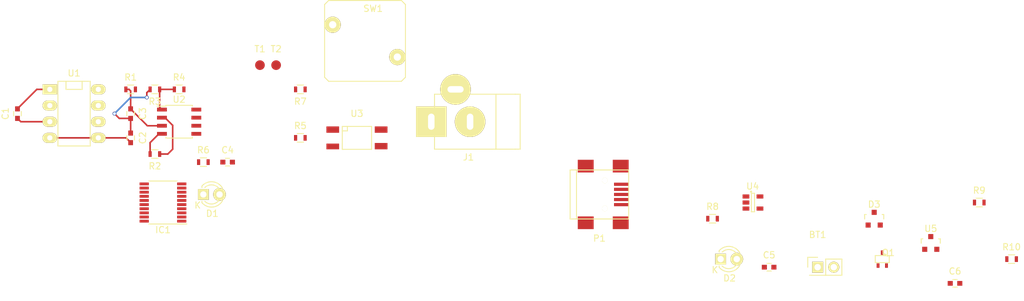
<source format=kicad_pcb>
(kicad_pcb (version 4) (host pcbnew "(2015-05-23 BZR 5679)-product")

  (general
    (links 63)
    (no_connects 63)
    (area 0 0 0 0)
    (thickness 1.6)
    (drawings 0)
    (tracks 38)
    (zones 0)
    (modules 32)
    (nets 43)
  )

  (page A4)
  (title_block
    (title "Lightning Trigger")
    (date "2015'年'05'月'24'日' 星期日")
  )

  (layers
    (0 F.Cu signal)
    (31 B.Cu signal)
    (32 B.Adhes user)
    (33 F.Adhes user)
    (34 B.Paste user)
    (35 F.Paste user)
    (36 B.SilkS user)
    (37 F.SilkS user)
    (38 B.Mask user)
    (39 F.Mask user)
    (40 Dwgs.User user)
    (41 Cmts.User user)
    (42 Eco1.User user)
    (43 Eco2.User user)
    (44 Edge.Cuts user)
    (45 Margin user)
    (46 B.CrtYd user)
    (47 F.CrtYd user)
    (48 B.Fab user)
    (49 F.Fab user)
  )

  (setup
    (last_trace_width 0.25)
    (trace_clearance 0.2)
    (zone_clearance 0.508)
    (zone_45_only no)
    (trace_min 0.2)
    (segment_width 0.2)
    (edge_width 0.1)
    (via_size 0.6)
    (via_drill 0.4)
    (via_min_size 0.4)
    (via_min_drill 0.3)
    (uvia_size 0.3)
    (uvia_drill 0.1)
    (uvias_allowed no)
    (uvia_min_size 0.2)
    (uvia_min_drill 0.1)
    (pcb_text_width 0.3)
    (pcb_text_size 1.5 1.5)
    (mod_edge_width 0.15)
    (mod_text_size 1 1)
    (mod_text_width 0.15)
    (pad_size 1.5 1.5)
    (pad_drill 0.6)
    (pad_to_mask_clearance 0)
    (aux_axis_origin 0 0)
    (visible_elements FFFFFF7F)
    (pcbplotparams
      (layerselection 0x00030_80000001)
      (usegerberextensions false)
      (excludeedgelayer true)
      (linewidth 0.100000)
      (plotframeref false)
      (viasonmask false)
      (mode 1)
      (useauxorigin false)
      (hpglpennumber 1)
      (hpglpenspeed 20)
      (hpglpendiameter 15)
      (hpglpenoverlay 2)
      (psnegative false)
      (psa4output false)
      (plotreference true)
      (plotvalue true)
      (plotinvisibletext false)
      (padsonsilk false)
      (subtractmaskfromsilk false)
      (outputformat 1)
      (mirror false)
      (drillshape 1)
      (scaleselection 1)
      (outputdirectory ""))
  )

  (net 0 "")
  (net 1 "Net-(BT1-Pad1)")
  (net 2 GND)
  (net 3 "Net-(C1-Pad1)")
  (net 4 VCC)
  (net 5 "Net-(C2-Pad1)")
  (net 6 "Net-(C2-Pad2)")
  (net 7 "Net-(C3-Pad1)")
  (net 8 "Net-(C4-Pad2)")
  (net 9 /USB_VBUS)
  (net 10 "Net-(C6-Pad2)")
  (net 11 "Net-(D1-Pad1)")
  (net 12 "Net-(D2-Pad1)")
  (net 13 "Net-(D2-Pad2)")
  (net 14 "Net-(IC1-Pad1)")
  (net 15 "Net-(IC1-Pad3)")
  (net 16 "Net-(IC1-Pad4)")
  (net 17 "Net-(IC1-Pad5)")
  (net 18 "Net-(IC1-Pad6)")
  (net 19 "Net-(IC1-Pad10)")
  (net 20 "Net-(IC1-Pad11)")
  (net 21 "Net-(IC1-Pad12)")
  (net 22 "Net-(IC1-Pad13)")
  (net 23 "Net-(IC1-Pad14)")
  (net 24 "Net-(IC1-Pad15)")
  (net 25 "Net-(IC1-Pad16)")
  (net 26 "Net-(IC1-Pad17)")
  (net 27 "Net-(IC1-Pad18)")
  (net 28 "Net-(IC1-Pad19)")
  (net 29 "Net-(IC1-Pad20)")
  (net 30 "Net-(J1-Pad2)")
  (net 31 "Net-(J1-Pad1)")
  (net 32 "Net-(J1-Pad3)")
  (net 33 "Net-(P1-Pad2)")
  (net 34 "Net-(P1-Pad3)")
  (net 35 "Net-(P1-Pad4)")
  (net 36 "Net-(R2-Pad1)")
  (net 37 "Net-(R5-Pad2)")
  (net 38 "Net-(R7-Pad1)")
  (net 39 "Net-(R9-Pad1)")
  (net 40 "Net-(U1-Pad2)")
  (net 41 "Net-(U1-Pad6)")
  (net 42 "Net-(U1-Pad7)")

  (net_class Default "This is the default net class."
    (clearance 0.2)
    (trace_width 0.25)
    (via_dia 0.6)
    (via_drill 0.4)
    (uvia_dia 0.3)
    (uvia_drill 0.1)
    (add_net /USB_VBUS)
    (add_net GND)
    (add_net "Net-(BT1-Pad1)")
    (add_net "Net-(C1-Pad1)")
    (add_net "Net-(C2-Pad1)")
    (add_net "Net-(C2-Pad2)")
    (add_net "Net-(C3-Pad1)")
    (add_net "Net-(C4-Pad2)")
    (add_net "Net-(C6-Pad2)")
    (add_net "Net-(D1-Pad1)")
    (add_net "Net-(D2-Pad1)")
    (add_net "Net-(D2-Pad2)")
    (add_net "Net-(IC1-Pad1)")
    (add_net "Net-(IC1-Pad10)")
    (add_net "Net-(IC1-Pad11)")
    (add_net "Net-(IC1-Pad12)")
    (add_net "Net-(IC1-Pad13)")
    (add_net "Net-(IC1-Pad14)")
    (add_net "Net-(IC1-Pad15)")
    (add_net "Net-(IC1-Pad16)")
    (add_net "Net-(IC1-Pad17)")
    (add_net "Net-(IC1-Pad18)")
    (add_net "Net-(IC1-Pad19)")
    (add_net "Net-(IC1-Pad20)")
    (add_net "Net-(IC1-Pad3)")
    (add_net "Net-(IC1-Pad4)")
    (add_net "Net-(IC1-Pad5)")
    (add_net "Net-(IC1-Pad6)")
    (add_net "Net-(J1-Pad1)")
    (add_net "Net-(J1-Pad2)")
    (add_net "Net-(J1-Pad3)")
    (add_net "Net-(P1-Pad2)")
    (add_net "Net-(P1-Pad3)")
    (add_net "Net-(P1-Pad4)")
    (add_net "Net-(R2-Pad1)")
    (add_net "Net-(R5-Pad2)")
    (add_net "Net-(R7-Pad1)")
    (add_net "Net-(R9-Pad1)")
    (add_net "Net-(U1-Pad2)")
    (add_net "Net-(U1-Pad6)")
    (add_net "Net-(U1-Pad7)")
    (add_net VCC)
  )

  (module Pin_Headers:Pin_Header_Straight_2x01 (layer F.Cu) (tedit 0) (tstamp 5561CDB5)
    (at 172.72 134.62)
    (descr "Through hole pin header")
    (tags "pin header")
    (path /55621849)
    (fp_text reference BT1 (at 0 -5.1) (layer F.SilkS)
      (effects (font (size 1 1) (thickness 0.15)))
    )
    (fp_text value Battery (at 0 -3.1) (layer F.Fab)
      (effects (font (size 1 1) (thickness 0.15)))
    )
    (fp_line (start -1.75 -1.75) (end -1.75 1.75) (layer F.CrtYd) (width 0.05))
    (fp_line (start 4.3 -1.75) (end 4.3 1.75) (layer F.CrtYd) (width 0.05))
    (fp_line (start -1.75 -1.75) (end 4.3 -1.75) (layer F.CrtYd) (width 0.05))
    (fp_line (start -1.75 1.75) (end 4.3 1.75) (layer F.CrtYd) (width 0.05))
    (fp_line (start -1.55 0) (end -1.55 -1.55) (layer F.SilkS) (width 0.15))
    (fp_line (start 0 -1.55) (end -1.55 -1.55) (layer F.SilkS) (width 0.15))
    (fp_line (start -1.27 1.27) (end 1.27 1.27) (layer F.SilkS) (width 0.15))
    (fp_line (start 3.81 -1.27) (end 1.27 -1.27) (layer F.SilkS) (width 0.15))
    (fp_line (start 1.27 -1.27) (end 1.27 1.27) (layer F.SilkS) (width 0.15))
    (fp_line (start 1.27 1.27) (end 3.81 1.27) (layer F.SilkS) (width 0.15))
    (fp_line (start 3.81 1.27) (end 3.81 -1.27) (layer F.SilkS) (width 0.15))
    (pad 1 thru_hole rect (at 0 0) (size 1.7272 1.7272) (drill 1.016) (layers *.Cu *.Mask F.SilkS)
      (net 1 "Net-(BT1-Pad1)"))
    (pad 2 thru_hole oval (at 2.54 0) (size 1.7272 1.7272) (drill 1.016) (layers *.Cu *.Mask F.SilkS)
      (net 2 GND))
    (model Pin_Headers.3dshapes/Pin_Header_Straight_2x01.wrl
      (at (xyz 0.05 0 0))
      (scale (xyz 1 1 1))
      (rotate (xyz 0 0 90))
    )
  )

  (module Capacitors_SMD:C_0603 (layer F.Cu) (tedit 5415D631) (tstamp 5561CDBB)
    (at 46.99 110.49 90)
    (descr "Capacitor SMD 0603, reflow soldering, AVX (see smccp.pdf)")
    (tags "capacitor 0603")
    (path /55617498)
    (attr smd)
    (fp_text reference C1 (at 0 -1.9 90) (layer F.SilkS)
      (effects (font (size 1 1) (thickness 0.15)))
    )
    (fp_text value 100n (at 0 1.9 90) (layer F.Fab)
      (effects (font (size 1 1) (thickness 0.15)))
    )
    (fp_line (start -1.45 -0.75) (end 1.45 -0.75) (layer F.CrtYd) (width 0.05))
    (fp_line (start -1.45 0.75) (end 1.45 0.75) (layer F.CrtYd) (width 0.05))
    (fp_line (start -1.45 -0.75) (end -1.45 0.75) (layer F.CrtYd) (width 0.05))
    (fp_line (start 1.45 -0.75) (end 1.45 0.75) (layer F.CrtYd) (width 0.05))
    (fp_line (start -0.35 -0.6) (end 0.35 -0.6) (layer F.SilkS) (width 0.15))
    (fp_line (start 0.35 0.6) (end -0.35 0.6) (layer F.SilkS) (width 0.15))
    (pad 1 smd rect (at -0.75 0 90) (size 0.8 0.75) (layers F.Cu F.Paste F.Mask)
      (net 3 "Net-(C1-Pad1)"))
    (pad 2 smd rect (at 0.75 0 90) (size 0.8 0.75) (layers F.Cu F.Paste F.Mask)
      (net 4 VCC))
    (model Capacitors_SMD.3dshapes/C_0603.wrl
      (at (xyz 0 0 0))
      (scale (xyz 1 1 1))
      (rotate (xyz 0 0 0))
    )
  )

  (module Capacitors_SMD:C_0603 (layer F.Cu) (tedit 5415D631) (tstamp 5561CDC1)
    (at 64.77 114.3 270)
    (descr "Capacitor SMD 0603, reflow soldering, AVX (see smccp.pdf)")
    (tags "capacitor 0603")
    (path /55617452)
    (attr smd)
    (fp_text reference C2 (at 0 -1.9 270) (layer F.SilkS)
      (effects (font (size 1 1) (thickness 0.15)))
    )
    (fp_text value 47n (at 0 1.9 270) (layer F.Fab)
      (effects (font (size 1 1) (thickness 0.15)))
    )
    (fp_line (start -1.45 -0.75) (end 1.45 -0.75) (layer F.CrtYd) (width 0.05))
    (fp_line (start -1.45 0.75) (end 1.45 0.75) (layer F.CrtYd) (width 0.05))
    (fp_line (start -1.45 -0.75) (end -1.45 0.75) (layer F.CrtYd) (width 0.05))
    (fp_line (start 1.45 -0.75) (end 1.45 0.75) (layer F.CrtYd) (width 0.05))
    (fp_line (start -0.35 -0.6) (end 0.35 -0.6) (layer F.SilkS) (width 0.15))
    (fp_line (start 0.35 0.6) (end -0.35 0.6) (layer F.SilkS) (width 0.15))
    (pad 1 smd rect (at -0.75 0 270) (size 0.8 0.75) (layers F.Cu F.Paste F.Mask)
      (net 5 "Net-(C2-Pad1)"))
    (pad 2 smd rect (at 0.75 0 270) (size 0.8 0.75) (layers F.Cu F.Paste F.Mask)
      (net 6 "Net-(C2-Pad2)"))
    (model Capacitors_SMD.3dshapes/C_0603.wrl
      (at (xyz 0 0 0))
      (scale (xyz 1 1 1))
      (rotate (xyz 0 0 0))
    )
  )

  (module Capacitors_SMD:C_0603 (layer F.Cu) (tedit 5415D631) (tstamp 5561CDC7)
    (at 64.77 110.49 270)
    (descr "Capacitor SMD 0603, reflow soldering, AVX (see smccp.pdf)")
    (tags "capacitor 0603")
    (path /556173BF)
    (attr smd)
    (fp_text reference C3 (at 0 -1.9 270) (layer F.SilkS)
      (effects (font (size 1 1) (thickness 0.15)))
    )
    (fp_text value 47n (at 0 1.9 270) (layer F.Fab)
      (effects (font (size 1 1) (thickness 0.15)))
    )
    (fp_line (start -1.45 -0.75) (end 1.45 -0.75) (layer F.CrtYd) (width 0.05))
    (fp_line (start -1.45 0.75) (end 1.45 0.75) (layer F.CrtYd) (width 0.05))
    (fp_line (start -1.45 -0.75) (end -1.45 0.75) (layer F.CrtYd) (width 0.05))
    (fp_line (start 1.45 -0.75) (end 1.45 0.75) (layer F.CrtYd) (width 0.05))
    (fp_line (start -0.35 -0.6) (end 0.35 -0.6) (layer F.SilkS) (width 0.15))
    (fp_line (start 0.35 0.6) (end -0.35 0.6) (layer F.SilkS) (width 0.15))
    (pad 1 smd rect (at -0.75 0 270) (size 0.8 0.75) (layers F.Cu F.Paste F.Mask)
      (net 7 "Net-(C3-Pad1)"))
    (pad 2 smd rect (at 0.75 0 270) (size 0.8 0.75) (layers F.Cu F.Paste F.Mask)
      (net 5 "Net-(C2-Pad1)"))
    (model Capacitors_SMD.3dshapes/C_0603.wrl
      (at (xyz 0 0 0))
      (scale (xyz 1 1 1))
      (rotate (xyz 0 0 0))
    )
  )

  (module Capacitors_SMD:C_0603 (layer F.Cu) (tedit 5415D631) (tstamp 5561CDCD)
    (at 80.01 118.11)
    (descr "Capacitor SMD 0603, reflow soldering, AVX (see smccp.pdf)")
    (tags "capacitor 0603")
    (path /5561A618)
    (attr smd)
    (fp_text reference C4 (at 0 -1.9) (layer F.SilkS)
      (effects (font (size 1 1) (thickness 0.15)))
    )
    (fp_text value 1u (at 0 1.9) (layer F.Fab)
      (effects (font (size 1 1) (thickness 0.15)))
    )
    (fp_line (start -1.45 -0.75) (end 1.45 -0.75) (layer F.CrtYd) (width 0.05))
    (fp_line (start -1.45 0.75) (end 1.45 0.75) (layer F.CrtYd) (width 0.05))
    (fp_line (start -1.45 -0.75) (end -1.45 0.75) (layer F.CrtYd) (width 0.05))
    (fp_line (start 1.45 -0.75) (end 1.45 0.75) (layer F.CrtYd) (width 0.05))
    (fp_line (start -0.35 -0.6) (end 0.35 -0.6) (layer F.SilkS) (width 0.15))
    (fp_line (start 0.35 0.6) (end -0.35 0.6) (layer F.SilkS) (width 0.15))
    (pad 1 smd rect (at -0.75 0) (size 0.8 0.75) (layers F.Cu F.Paste F.Mask)
      (net 2 GND))
    (pad 2 smd rect (at 0.75 0) (size 0.8 0.75) (layers F.Cu F.Paste F.Mask)
      (net 8 "Net-(C4-Pad2)"))
    (model Capacitors_SMD.3dshapes/C_0603.wrl
      (at (xyz 0 0 0))
      (scale (xyz 1 1 1))
      (rotate (xyz 0 0 0))
    )
  )

  (module Capacitors_SMD:C_0603 (layer F.Cu) (tedit 5415D631) (tstamp 5561CDD3)
    (at 165.1 134.62)
    (descr "Capacitor SMD 0603, reflow soldering, AVX (see smccp.pdf)")
    (tags "capacitor 0603")
    (path /55620C4A)
    (attr smd)
    (fp_text reference C5 (at 0 -1.9) (layer F.SilkS)
      (effects (font (size 1 1) (thickness 0.15)))
    )
    (fp_text value 1u (at 0 1.9) (layer F.Fab)
      (effects (font (size 1 1) (thickness 0.15)))
    )
    (fp_line (start -1.45 -0.75) (end 1.45 -0.75) (layer F.CrtYd) (width 0.05))
    (fp_line (start -1.45 0.75) (end 1.45 0.75) (layer F.CrtYd) (width 0.05))
    (fp_line (start -1.45 -0.75) (end -1.45 0.75) (layer F.CrtYd) (width 0.05))
    (fp_line (start 1.45 -0.75) (end 1.45 0.75) (layer F.CrtYd) (width 0.05))
    (fp_line (start -0.35 -0.6) (end 0.35 -0.6) (layer F.SilkS) (width 0.15))
    (fp_line (start 0.35 0.6) (end -0.35 0.6) (layer F.SilkS) (width 0.15))
    (pad 1 smd rect (at -0.75 0) (size 0.8 0.75) (layers F.Cu F.Paste F.Mask)
      (net 2 GND))
    (pad 2 smd rect (at 0.75 0) (size 0.8 0.75) (layers F.Cu F.Paste F.Mask)
      (net 9 /USB_VBUS))
    (model Capacitors_SMD.3dshapes/C_0603.wrl
      (at (xyz 0 0 0))
      (scale (xyz 1 1 1))
      (rotate (xyz 0 0 0))
    )
  )

  (module Capacitors_SMD:C_0603 (layer F.Cu) (tedit 5415D631) (tstamp 5561CDD9)
    (at 194.31 137.16)
    (descr "Capacitor SMD 0603, reflow soldering, AVX (see smccp.pdf)")
    (tags "capacitor 0603")
    (path /55625661)
    (attr smd)
    (fp_text reference C6 (at 0 -1.9) (layer F.SilkS)
      (effects (font (size 1 1) (thickness 0.15)))
    )
    (fp_text value 1u (at 0 1.9) (layer F.Fab)
      (effects (font (size 1 1) (thickness 0.15)))
    )
    (fp_line (start -1.45 -0.75) (end 1.45 -0.75) (layer F.CrtYd) (width 0.05))
    (fp_line (start -1.45 0.75) (end 1.45 0.75) (layer F.CrtYd) (width 0.05))
    (fp_line (start -1.45 -0.75) (end -1.45 0.75) (layer F.CrtYd) (width 0.05))
    (fp_line (start 1.45 -0.75) (end 1.45 0.75) (layer F.CrtYd) (width 0.05))
    (fp_line (start -0.35 -0.6) (end 0.35 -0.6) (layer F.SilkS) (width 0.15))
    (fp_line (start 0.35 0.6) (end -0.35 0.6) (layer F.SilkS) (width 0.15))
    (pad 1 smd rect (at -0.75 0) (size 0.8 0.75) (layers F.Cu F.Paste F.Mask)
      (net 2 GND))
    (pad 2 smd rect (at 0.75 0) (size 0.8 0.75) (layers F.Cu F.Paste F.Mask)
      (net 10 "Net-(C6-Pad2)"))
    (model Capacitors_SMD.3dshapes/C_0603.wrl
      (at (xyz 0 0 0))
      (scale (xyz 1 1 1))
      (rotate (xyz 0 0 0))
    )
  )

  (module LEDs:LED-3MM (layer F.Cu) (tedit 5538DCEE) (tstamp 5561CDDF)
    (at 76.2 123.19)
    (descr "LED vertical 3mm")
    (tags "LED-3MM LED 3mm")
    (path /5561D938)
    (fp_text reference D1 (at 1.4 3) (layer F.SilkS)
      (effects (font (size 1 1) (thickness 0.15)))
    )
    (fp_text value LED (at 0.65 -2.85) (layer F.Fab)
      (effects (font (size 1 1) (thickness 0.15)))
    )
    (fp_line (start 3.8 -2.25) (end 3.8 2.3) (layer F.CrtYd) (width 0.05))
    (fp_line (start -1.1 -2.25) (end -1.1 2.3) (layer F.CrtYd) (width 0.05))
    (fp_line (start -1.1 2.3) (end 3.8 2.3) (layer F.CrtYd) (width 0.05))
    (fp_line (start -1.1 -2.25) (end 3.8 -2.25) (layer F.CrtYd) (width 0.05))
    (fp_line (start -0.23 1.28) (end -0.23 1.06) (layer F.SilkS) (width 0.15))
    (fp_line (start -0.23 -1.32) (end -0.23 -1.07) (layer F.SilkS) (width 0.15))
    (fp_arc (start 1.27 0) (end -0.23 -1.32) (angle 110) (layer F.SilkS) (width 0.15))
    (fp_arc (start 1.27 0) (end 0.23 -1.09) (angle 93) (layer F.SilkS) (width 0.15))
    (fp_arc (start 1.28 0) (end 3.02 0.96) (angle 110) (layer F.SilkS) (width 0.15))
    (fp_arc (start 1.27 0) (end 2.44 0.94) (angle 95.5) (layer F.SilkS) (width 0.15))
    (fp_text user K (at -0.9 1.7) (layer F.SilkS)
      (effects (font (size 1 1) (thickness 0.15)))
    )
    (pad 1 thru_hole rect (at 0 0 90) (size 1.69926 1.69926) (drill 1.00076) (layers *.Cu *.Mask F.SilkS)
      (net 11 "Net-(D1-Pad1)"))
    (pad 2 thru_hole circle (at 2.54 0) (size 1.99898 1.99898) (drill 1.00076) (layers *.Cu *.Mask F.SilkS)
      (net 4 VCC))
    (model LEDs.3dshapes/LED-3MM.wrl
      (at (xyz 0.05 0 0))
      (scale (xyz 1 1 1))
      (rotate (xyz 0 0 180))
    )
  )

  (module LEDs:LED-3MM (layer F.Cu) (tedit 5538DCEE) (tstamp 5561CDE5)
    (at 157.48 133.35)
    (descr "LED vertical 3mm")
    (tags "LED-3MM LED 3mm")
    (path /5561FFA4)
    (fp_text reference D2 (at 1.4 3) (layer F.SilkS)
      (effects (font (size 1 1) (thickness 0.15)))
    )
    (fp_text value CHARGE (at 0.65 -2.85) (layer F.Fab)
      (effects (font (size 1 1) (thickness 0.15)))
    )
    (fp_line (start 3.8 -2.25) (end 3.8 2.3) (layer F.CrtYd) (width 0.05))
    (fp_line (start -1.1 -2.25) (end -1.1 2.3) (layer F.CrtYd) (width 0.05))
    (fp_line (start -1.1 2.3) (end 3.8 2.3) (layer F.CrtYd) (width 0.05))
    (fp_line (start -1.1 -2.25) (end 3.8 -2.25) (layer F.CrtYd) (width 0.05))
    (fp_line (start -0.23 1.28) (end -0.23 1.06) (layer F.SilkS) (width 0.15))
    (fp_line (start -0.23 -1.32) (end -0.23 -1.07) (layer F.SilkS) (width 0.15))
    (fp_arc (start 1.27 0) (end -0.23 -1.32) (angle 110) (layer F.SilkS) (width 0.15))
    (fp_arc (start 1.27 0) (end 0.23 -1.09) (angle 93) (layer F.SilkS) (width 0.15))
    (fp_arc (start 1.28 0) (end 3.02 0.96) (angle 110) (layer F.SilkS) (width 0.15))
    (fp_arc (start 1.27 0) (end 2.44 0.94) (angle 95.5) (layer F.SilkS) (width 0.15))
    (fp_text user K (at -0.9 1.7) (layer F.SilkS)
      (effects (font (size 1 1) (thickness 0.15)))
    )
    (pad 1 thru_hole rect (at 0 0 90) (size 1.69926 1.69926) (drill 1.00076) (layers *.Cu *.Mask F.SilkS)
      (net 12 "Net-(D2-Pad1)"))
    (pad 2 thru_hole circle (at 2.54 0) (size 1.99898 1.99898) (drill 1.00076) (layers *.Cu *.Mask F.SilkS)
      (net 13 "Net-(D2-Pad2)"))
    (model LEDs.3dshapes/LED-3MM.wrl
      (at (xyz 0.05 0 0))
      (scale (xyz 1 1 1))
      (rotate (xyz 0 0 180))
    )
  )

  (module Housings_SOT-23_SOT-143_TSOT-6:SOT-23 (layer F.Cu) (tedit 553634F8) (tstamp 5561CDEC)
    (at 181.61 127)
    (descr "SOT-23, Standard")
    (tags SOT-23)
    (path /55621D7B)
    (attr smd)
    (fp_text reference D3 (at 0 -2.25) (layer F.SilkS)
      (effects (font (size 1 1) (thickness 0.15)))
    )
    (fp_text value D_Schottky_x2_KCom_KAA (at 0 2.3) (layer F.Fab)
      (effects (font (size 1 1) (thickness 0.15)))
    )
    (fp_line (start -1.65 -1.6) (end 1.65 -1.6) (layer F.CrtYd) (width 0.05))
    (fp_line (start 1.65 -1.6) (end 1.65 1.6) (layer F.CrtYd) (width 0.05))
    (fp_line (start 1.65 1.6) (end -1.65 1.6) (layer F.CrtYd) (width 0.05))
    (fp_line (start -1.65 1.6) (end -1.65 -1.6) (layer F.CrtYd) (width 0.05))
    (fp_line (start 1.29916 -0.65024) (end 1.2509 -0.65024) (layer F.SilkS) (width 0.15))
    (fp_line (start -1.49982 0.0508) (end -1.49982 -0.65024) (layer F.SilkS) (width 0.15))
    (fp_line (start -1.49982 -0.65024) (end -1.2509 -0.65024) (layer F.SilkS) (width 0.15))
    (fp_line (start 1.29916 -0.65024) (end 1.49982 -0.65024) (layer F.SilkS) (width 0.15))
    (fp_line (start 1.49982 -0.65024) (end 1.49982 0.0508) (layer F.SilkS) (width 0.15))
    (pad 1 smd rect (at -0.95 1.00076) (size 0.8001 0.8001) (layers F.Cu F.Paste F.Mask)
      (net 10 "Net-(C6-Pad2)"))
    (pad 2 smd rect (at 0.95 1.00076) (size 0.8001 0.8001) (layers F.Cu F.Paste F.Mask)
      (net 1 "Net-(BT1-Pad1)"))
    (pad 3 smd rect (at 0 -0.99822) (size 0.8001 0.8001) (layers F.Cu F.Paste F.Mask)
      (net 9 /USB_VBUS))
    (model Housings_SOT-23_SOT-143_TSOT-6.3dshapes/SOT-23.wrl
      (at (xyz 0 0 0))
      (scale (xyz 1 1 1))
      (rotate (xyz 0 0 0))
    )
  )

  (module Housings_SSOP:TSSOP-20_4.4x6.5mm_Pitch0.65mm (layer F.Cu) (tedit 54130A77) (tstamp 5561CE04)
    (at 69.85 124.46 180)
    (descr "20-Lead Plastic Thin Shrink Small Outline (ST)-4.4 mm Body [TSSOP] (see Microchip Packaging Specification 00000049BS.pdf)")
    (tags "SSOP 0.65")
    (path /55619A19)
    (attr smd)
    (fp_text reference IC1 (at 0 -4.3 180) (layer F.SilkS)
      (effects (font (size 1 1) (thickness 0.15)))
    )
    (fp_text value STM8S103F3P6 (at 0 4.3 180) (layer F.Fab)
      (effects (font (size 1 1) (thickness 0.15)))
    )
    (fp_line (start -3.95 -3.55) (end -3.95 3.55) (layer F.CrtYd) (width 0.05))
    (fp_line (start 3.95 -3.55) (end 3.95 3.55) (layer F.CrtYd) (width 0.05))
    (fp_line (start -3.95 -3.55) (end 3.95 -3.55) (layer F.CrtYd) (width 0.05))
    (fp_line (start -3.95 3.55) (end 3.95 3.55) (layer F.CrtYd) (width 0.05))
    (fp_line (start -2.225 3.375) (end 2.225 3.375) (layer F.SilkS) (width 0.15))
    (fp_line (start -3.75 -3.375) (end 2.225 -3.375) (layer F.SilkS) (width 0.15))
    (pad 1 smd rect (at -2.95 -2.925 180) (size 1.45 0.45) (layers F.Cu F.Paste F.Mask)
      (net 14 "Net-(IC1-Pad1)"))
    (pad 2 smd rect (at -2.95 -2.275 180) (size 1.45 0.45) (layers F.Cu F.Paste F.Mask)
      (net 6 "Net-(C2-Pad2)"))
    (pad 3 smd rect (at -2.95 -1.625 180) (size 1.45 0.45) (layers F.Cu F.Paste F.Mask)
      (net 15 "Net-(IC1-Pad3)"))
    (pad 4 smd rect (at -2.95 -0.975 180) (size 1.45 0.45) (layers F.Cu F.Paste F.Mask)
      (net 16 "Net-(IC1-Pad4)"))
    (pad 5 smd rect (at -2.95 -0.325 180) (size 1.45 0.45) (layers F.Cu F.Paste F.Mask)
      (net 17 "Net-(IC1-Pad5)"))
    (pad 6 smd rect (at -2.95 0.325 180) (size 1.45 0.45) (layers F.Cu F.Paste F.Mask)
      (net 18 "Net-(IC1-Pad6)"))
    (pad 7 smd rect (at -2.95 0.975 180) (size 1.45 0.45) (layers F.Cu F.Paste F.Mask)
      (net 2 GND))
    (pad 8 smd rect (at -2.95 1.625 180) (size 1.45 0.45) (layers F.Cu F.Paste F.Mask)
      (net 8 "Net-(C4-Pad2)"))
    (pad 9 smd rect (at -2.95 2.275 180) (size 1.45 0.45) (layers F.Cu F.Paste F.Mask)
      (net 4 VCC))
    (pad 10 smd rect (at -2.95 2.925 180) (size 1.45 0.45) (layers F.Cu F.Paste F.Mask)
      (net 19 "Net-(IC1-Pad10)"))
    (pad 11 smd rect (at 2.95 2.925 180) (size 1.45 0.45) (layers F.Cu F.Paste F.Mask)
      (net 20 "Net-(IC1-Pad11)"))
    (pad 12 smd rect (at 2.95 2.275 180) (size 1.45 0.45) (layers F.Cu F.Paste F.Mask)
      (net 21 "Net-(IC1-Pad12)"))
    (pad 13 smd rect (at 2.95 1.625 180) (size 1.45 0.45) (layers F.Cu F.Paste F.Mask)
      (net 22 "Net-(IC1-Pad13)"))
    (pad 14 smd rect (at 2.95 0.975 180) (size 1.45 0.45) (layers F.Cu F.Paste F.Mask)
      (net 23 "Net-(IC1-Pad14)"))
    (pad 15 smd rect (at 2.95 0.325 180) (size 1.45 0.45) (layers F.Cu F.Paste F.Mask)
      (net 24 "Net-(IC1-Pad15)"))
    (pad 16 smd rect (at 2.95 -0.325 180) (size 1.45 0.45) (layers F.Cu F.Paste F.Mask)
      (net 25 "Net-(IC1-Pad16)"))
    (pad 17 smd rect (at 2.95 -0.975 180) (size 1.45 0.45) (layers F.Cu F.Paste F.Mask)
      (net 26 "Net-(IC1-Pad17)"))
    (pad 18 smd rect (at 2.95 -1.625 180) (size 1.45 0.45) (layers F.Cu F.Paste F.Mask)
      (net 27 "Net-(IC1-Pad18)"))
    (pad 19 smd rect (at 2.95 -2.275 180) (size 1.45 0.45) (layers F.Cu F.Paste F.Mask)
      (net 28 "Net-(IC1-Pad19)"))
    (pad 20 smd rect (at 2.95 -2.925 180) (size 1.45 0.45) (layers F.Cu F.Paste F.Mask)
      (net 29 "Net-(IC1-Pad20)"))
    (model Housings_SSOP.3dshapes/TSSOP-20_4.4x6.5mm_Pitch0.65mm.wrl
      (at (xyz 0 0 0))
      (scale (xyz 1 1 1))
      (rotate (xyz 0 0 0))
    )
  )

  (module Connect:JACK_ALIM (layer F.Cu) (tedit 0) (tstamp 5561CE0B)
    (at 118.11 111.76 180)
    (descr "module 1 pin (ou trou mecanique de percage)")
    (tags "CONN JACK")
    (path /5561DEF1)
    (fp_text reference J1 (at 0.254 -5.588 180) (layer F.SilkS)
      (effects (font (size 1 1) (thickness 0.15)))
    )
    (fp_text value Shutter (at -5.08 5.588 180) (layer F.Fab)
      (effects (font (size 1 1) (thickness 0.15)))
    )
    (fp_line (start -7.112 -4.318) (end -7.874 -4.318) (layer F.SilkS) (width 0.15))
    (fp_line (start -7.874 -4.318) (end -7.874 4.318) (layer F.SilkS) (width 0.15))
    (fp_line (start -7.874 4.318) (end -7.112 4.318) (layer F.SilkS) (width 0.15))
    (fp_line (start -4.064 -4.318) (end -4.064 4.318) (layer F.SilkS) (width 0.15))
    (fp_line (start 5.588 -4.318) (end 5.588 4.318) (layer F.SilkS) (width 0.15))
    (fp_line (start -7.112 4.318) (end 5.588 4.318) (layer F.SilkS) (width 0.15))
    (fp_line (start -7.112 -4.318) (end 5.588 -4.318) (layer F.SilkS) (width 0.15))
    (pad 2 thru_hole circle (at 0 0 180) (size 4.8006 4.8006) (drill oval 1.016 2.54) (layers *.Cu *.Mask F.SilkS)
      (net 30 "Net-(J1-Pad2)"))
    (pad 1 thru_hole rect (at 6.096 0 180) (size 4.8006 4.8006) (drill oval 1.016 2.54) (layers *.Cu *.Mask F.SilkS)
      (net 31 "Net-(J1-Pad1)"))
    (pad 3 thru_hole circle (at 2.286 5.08 180) (size 4.8006 4.8006) (drill oval 2.54 1.016) (layers *.Cu *.Mask F.SilkS)
      (net 32 "Net-(J1-Pad3)"))
    (model Connect.3dshapes/JACK_ALIM.wrl
      (at (xyz 0 0 0))
      (scale (xyz 0.8 0.8 0.8))
      (rotate (xyz 0 0 0))
    )
  )

  (module Connect:USB_Mini-B (layer F.Cu) (tedit 5543E571) (tstamp 5561CE1A)
    (at 138.43 123.19)
    (descr "USB Mini-B 5-pin SMD connector")
    (tags "USB USB_B USB_Mini connector")
    (path /5561EA54)
    (attr smd)
    (fp_text reference P1 (at 0 6.90118) (layer F.SilkS)
      (effects (font (size 1 1) (thickness 0.15)))
    )
    (fp_text value USB_OTG (at 0 -7.0993) (layer F.Fab)
      (effects (font (size 1 1) (thickness 0.15)))
    )
    (fp_line (start -4.85 -5.7) (end 4.85 -5.7) (layer F.CrtYd) (width 0.05))
    (fp_line (start 4.85 -5.7) (end 4.85 5.7) (layer F.CrtYd) (width 0.05))
    (fp_line (start 4.85 5.7) (end -4.85 5.7) (layer F.CrtYd) (width 0.05))
    (fp_line (start -4.85 5.7) (end -4.85 -5.7) (layer F.CrtYd) (width 0.05))
    (fp_line (start -3.59918 -3.85064) (end -3.59918 3.85064) (layer F.SilkS) (width 0.15))
    (fp_line (start -4.59994 -3.85064) (end -4.59994 3.85064) (layer F.SilkS) (width 0.15))
    (fp_line (start -4.59994 3.85064) (end 4.59994 3.85064) (layer F.SilkS) (width 0.15))
    (fp_line (start 4.59994 3.85064) (end 4.59994 -3.85064) (layer F.SilkS) (width 0.15))
    (fp_line (start 4.59994 -3.85064) (end -4.59994 -3.85064) (layer F.SilkS) (width 0.15))
    (pad 1 smd rect (at 3.44932 -1.6002) (size 2.30124 0.50038) (layers F.Cu F.Paste F.Mask)
      (net 9 /USB_VBUS))
    (pad 2 smd rect (at 3.44932 -0.8001) (size 2.30124 0.50038) (layers F.Cu F.Paste F.Mask)
      (net 33 "Net-(P1-Pad2)"))
    (pad 3 smd rect (at 3.44932 0) (size 2.30124 0.50038) (layers F.Cu F.Paste F.Mask)
      (net 34 "Net-(P1-Pad3)"))
    (pad 4 smd rect (at 3.44932 0.8001) (size 2.30124 0.50038) (layers F.Cu F.Paste F.Mask)
      (net 35 "Net-(P1-Pad4)"))
    (pad 5 smd rect (at 3.44932 1.6002) (size 2.30124 0.50038) (layers F.Cu F.Paste F.Mask)
      (net 2 GND))
    (pad 6 smd rect (at 3.35026 -4.45008) (size 2.49936 1.99898) (layers F.Cu F.Paste F.Mask)
      (net 2 GND))
    (pad 6 smd rect (at -2.14884 -4.45008) (size 2.49936 1.99898) (layers F.Cu F.Paste F.Mask)
      (net 2 GND))
    (pad 6 smd rect (at 3.35026 4.45008) (size 2.49936 1.99898) (layers F.Cu F.Paste F.Mask)
      (net 2 GND))
    (pad 6 smd rect (at -2.14884 4.45008) (size 2.49936 1.99898) (layers F.Cu F.Paste F.Mask)
      (net 2 GND))
    (pad "" np_thru_hole circle (at 0.8509 -2.19964) (size 0.89916 0.89916) (drill 0.89916) (layers *.Cu *.Mask F.SilkS))
    (pad "" np_thru_hole circle (at 0.8509 2.19964) (size 0.89916 0.89916) (drill 0.89916) (layers *.Cu *.Mask F.SilkS))
  )

  (module Transistors_SMD:sc70 (layer F.Cu) (tedit 0) (tstamp 5561CE21)
    (at 182.88 133.35)
    (descr "SC70 SOT323")
    (path /55621B53)
    (attr smd)
    (fp_text reference Q1 (at 0.95 -1) (layer F.SilkS)
      (effects (font (size 1 1) (thickness 0.15)))
    )
    (fp_text value Q_PMOS_GDS (at 1.85 0.25) (layer F.Fab)
      (effects (font (size 1 1) (thickness 0.15)))
    )
    (fp_line (start -1.1 -0.55) (end -1.1 0.55) (layer F.SilkS) (width 0.15))
    (fp_line (start -1.1 0.55) (end 1.1 0.55) (layer F.SilkS) (width 0.15))
    (fp_line (start 1.1 0.55) (end 1.1 -0.55) (layer F.SilkS) (width 0.15))
    (fp_line (start 1.1 -0.55) (end -1.05 -0.55) (layer F.SilkS) (width 0.15))
    (fp_line (start -1.05 -0.55) (end -1.1 -0.55) (layer F.SilkS) (width 0.15))
    (pad 1 smd rect (at -0.6604 1.016) (size 0.4572 0.7112) (layers F.Cu F.Paste F.Mask)
      (net 9 /USB_VBUS))
    (pad 2 smd rect (at 0.6604 1.016) (size 0.4572 0.7112) (layers F.Cu F.Paste F.Mask)
      (net 10 "Net-(C6-Pad2)"))
    (pad 3 smd rect (at 0 -1.016) (size 0.4572 0.7112) (layers F.Cu F.Paste F.Mask)
      (net 1 "Net-(BT1-Pad1)"))
    (model Transistors_SMD.3dshapes/sc70.wrl
      (at (xyz 0 0 0))
      (scale (xyz 1 1 1))
      (rotate (xyz 0 0 0))
    )
  )

  (module Resistors_SMD:R_0603 (layer F.Cu) (tedit 5415CC62) (tstamp 5561CE27)
    (at 64.77 106.68)
    (descr "Resistor SMD 0603, reflow soldering, Vishay (see dcrcw.pdf)")
    (tags "resistor 0603")
    (path /55617383)
    (attr smd)
    (fp_text reference R1 (at 0 -1.9) (layer F.SilkS)
      (effects (font (size 1 1) (thickness 0.15)))
    )
    (fp_text value 2.2k (at 0 1.9) (layer F.Fab)
      (effects (font (size 1 1) (thickness 0.15)))
    )
    (fp_line (start -1.3 -0.8) (end 1.3 -0.8) (layer F.CrtYd) (width 0.05))
    (fp_line (start -1.3 0.8) (end 1.3 0.8) (layer F.CrtYd) (width 0.05))
    (fp_line (start -1.3 -0.8) (end -1.3 0.8) (layer F.CrtYd) (width 0.05))
    (fp_line (start 1.3 -0.8) (end 1.3 0.8) (layer F.CrtYd) (width 0.05))
    (fp_line (start 0.5 0.675) (end -0.5 0.675) (layer F.SilkS) (width 0.15))
    (fp_line (start -0.5 -0.675) (end 0.5 -0.675) (layer F.SilkS) (width 0.15))
    (pad 1 smd rect (at -0.75 0) (size 0.5 0.9) (layers F.Cu F.Paste F.Mask)
      (net 7 "Net-(C3-Pad1)"))
    (pad 2 smd rect (at 0.75 0) (size 0.5 0.9) (layers F.Cu F.Paste F.Mask)
      (net 2 GND))
    (model Resistors_SMD.3dshapes/R_0603.wrl
      (at (xyz 0 0 0))
      (scale (xyz 1 1 1))
      (rotate (xyz 0 0 0))
    )
  )

  (module Resistors_SMD:R_0603 (layer F.Cu) (tedit 5415CC62) (tstamp 5561CE2D)
    (at 68.58 116.84 180)
    (descr "Resistor SMD 0603, reflow soldering, Vishay (see dcrcw.pdf)")
    (tags "resistor 0603")
    (path /55617338)
    (attr smd)
    (fp_text reference R2 (at 0 -1.9 180) (layer F.SilkS)
      (effects (font (size 1 1) (thickness 0.15)))
    )
    (fp_text value 47k (at 0 1.9 180) (layer F.Fab)
      (effects (font (size 1 1) (thickness 0.15)))
    )
    (fp_line (start -1.3 -0.8) (end 1.3 -0.8) (layer F.CrtYd) (width 0.05))
    (fp_line (start -1.3 0.8) (end 1.3 0.8) (layer F.CrtYd) (width 0.05))
    (fp_line (start -1.3 -0.8) (end -1.3 0.8) (layer F.CrtYd) (width 0.05))
    (fp_line (start 1.3 -0.8) (end 1.3 0.8) (layer F.CrtYd) (width 0.05))
    (fp_line (start 0.5 0.675) (end -0.5 0.675) (layer F.SilkS) (width 0.15))
    (fp_line (start -0.5 -0.675) (end 0.5 -0.675) (layer F.SilkS) (width 0.15))
    (pad 1 smd rect (at -0.75 0 180) (size 0.5 0.9) (layers F.Cu F.Paste F.Mask)
      (net 36 "Net-(R2-Pad1)"))
    (pad 2 smd rect (at 0.75 0 180) (size 0.5 0.9) (layers F.Cu F.Paste F.Mask)
      (net 2 GND))
    (model Resistors_SMD.3dshapes/R_0603.wrl
      (at (xyz 0 0 0))
      (scale (xyz 1 1 1))
      (rotate (xyz 0 0 0))
    )
  )

  (module Resistors_SMD:R_0603 (layer F.Cu) (tedit 5415CC62) (tstamp 5561CE33)
    (at 68.58 106.68 180)
    (descr "Resistor SMD 0603, reflow soldering, Vishay (see dcrcw.pdf)")
    (tags "resistor 0603")
    (path /5561727B)
    (attr smd)
    (fp_text reference R3 (at 0 -1.9 180) (layer F.SilkS)
      (effects (font (size 1 1) (thickness 0.15)))
    )
    (fp_text value 2.2k (at 0 1.9 180) (layer F.Fab)
      (effects (font (size 1 1) (thickness 0.15)))
    )
    (fp_line (start -1.3 -0.8) (end 1.3 -0.8) (layer F.CrtYd) (width 0.05))
    (fp_line (start -1.3 0.8) (end 1.3 0.8) (layer F.CrtYd) (width 0.05))
    (fp_line (start -1.3 -0.8) (end -1.3 0.8) (layer F.CrtYd) (width 0.05))
    (fp_line (start 1.3 -0.8) (end 1.3 0.8) (layer F.CrtYd) (width 0.05))
    (fp_line (start 0.5 0.675) (end -0.5 0.675) (layer F.SilkS) (width 0.15))
    (fp_line (start -0.5 -0.675) (end 0.5 -0.675) (layer F.SilkS) (width 0.15))
    (pad 1 smd rect (at -0.75 0 180) (size 0.5 0.9) (layers F.Cu F.Paste F.Mask)
      (net 15 "Net-(IC1-Pad3)"))
    (pad 2 smd rect (at 0.75 0 180) (size 0.5 0.9) (layers F.Cu F.Paste F.Mask)
      (net 5 "Net-(C2-Pad1)"))
    (model Resistors_SMD.3dshapes/R_0603.wrl
      (at (xyz 0 0 0))
      (scale (xyz 1 1 1))
      (rotate (xyz 0 0 0))
    )
  )

  (module Resistors_SMD:R_0603 (layer F.Cu) (tedit 5415CC62) (tstamp 5561CE39)
    (at 72.39 106.68)
    (descr "Resistor SMD 0603, reflow soldering, Vishay (see dcrcw.pdf)")
    (tags "resistor 0603")
    (path /55617315)
    (attr smd)
    (fp_text reference R4 (at 0 -1.9) (layer F.SilkS)
      (effects (font (size 1 1) (thickness 0.15)))
    )
    (fp_text value 27k (at 0 1.9) (layer F.Fab)
      (effects (font (size 1 1) (thickness 0.15)))
    )
    (fp_line (start -1.3 -0.8) (end 1.3 -0.8) (layer F.CrtYd) (width 0.05))
    (fp_line (start -1.3 0.8) (end 1.3 0.8) (layer F.CrtYd) (width 0.05))
    (fp_line (start -1.3 -0.8) (end -1.3 0.8) (layer F.CrtYd) (width 0.05))
    (fp_line (start 1.3 -0.8) (end 1.3 0.8) (layer F.CrtYd) (width 0.05))
    (fp_line (start 0.5 0.675) (end -0.5 0.675) (layer F.SilkS) (width 0.15))
    (fp_line (start -0.5 -0.675) (end 0.5 -0.675) (layer F.SilkS) (width 0.15))
    (pad 1 smd rect (at -0.75 0) (size 0.5 0.9) (layers F.Cu F.Paste F.Mask)
      (net 15 "Net-(IC1-Pad3)"))
    (pad 2 smd rect (at 0.75 0) (size 0.5 0.9) (layers F.Cu F.Paste F.Mask)
      (net 36 "Net-(R2-Pad1)"))
    (model Resistors_SMD.3dshapes/R_0603.wrl
      (at (xyz 0 0 0))
      (scale (xyz 1 1 1))
      (rotate (xyz 0 0 0))
    )
  )

  (module Resistors_SMD:R_0603 (layer F.Cu) (tedit 5415CC62) (tstamp 5561CE3F)
    (at 91.44 114.3)
    (descr "Resistor SMD 0603, reflow soldering, Vishay (see dcrcw.pdf)")
    (tags "resistor 0603")
    (path /5561DD53)
    (attr smd)
    (fp_text reference R5 (at 0 -1.9) (layer F.SilkS)
      (effects (font (size 1 1) (thickness 0.15)))
    )
    (fp_text value 1k (at 0 1.9) (layer F.Fab)
      (effects (font (size 1 1) (thickness 0.15)))
    )
    (fp_line (start -1.3 -0.8) (end 1.3 -0.8) (layer F.CrtYd) (width 0.05))
    (fp_line (start -1.3 0.8) (end 1.3 0.8) (layer F.CrtYd) (width 0.05))
    (fp_line (start -1.3 -0.8) (end -1.3 0.8) (layer F.CrtYd) (width 0.05))
    (fp_line (start 1.3 -0.8) (end 1.3 0.8) (layer F.CrtYd) (width 0.05))
    (fp_line (start 0.5 0.675) (end -0.5 0.675) (layer F.SilkS) (width 0.15))
    (fp_line (start -0.5 -0.675) (end 0.5 -0.675) (layer F.SilkS) (width 0.15))
    (pad 1 smd rect (at -0.75 0) (size 0.5 0.9) (layers F.Cu F.Paste F.Mask)
      (net 2 GND))
    (pad 2 smd rect (at 0.75 0) (size 0.5 0.9) (layers F.Cu F.Paste F.Mask)
      (net 37 "Net-(R5-Pad2)"))
    (model Resistors_SMD.3dshapes/R_0603.wrl
      (at (xyz 0 0 0))
      (scale (xyz 1 1 1))
      (rotate (xyz 0 0 0))
    )
  )

  (module Resistors_SMD:R_0603 (layer F.Cu) (tedit 5415CC62) (tstamp 5561CE45)
    (at 76.2 118.11)
    (descr "Resistor SMD 0603, reflow soldering, Vishay (see dcrcw.pdf)")
    (tags "resistor 0603")
    (path /5561DA2F)
    (attr smd)
    (fp_text reference R6 (at 0 -1.9) (layer F.SilkS)
      (effects (font (size 1 1) (thickness 0.15)))
    )
    (fp_text value 1k (at 0 1.9) (layer F.Fab)
      (effects (font (size 1 1) (thickness 0.15)))
    )
    (fp_line (start -1.3 -0.8) (end 1.3 -0.8) (layer F.CrtYd) (width 0.05))
    (fp_line (start -1.3 0.8) (end 1.3 0.8) (layer F.CrtYd) (width 0.05))
    (fp_line (start -1.3 -0.8) (end -1.3 0.8) (layer F.CrtYd) (width 0.05))
    (fp_line (start 1.3 -0.8) (end 1.3 0.8) (layer F.CrtYd) (width 0.05))
    (fp_line (start 0.5 0.675) (end -0.5 0.675) (layer F.SilkS) (width 0.15))
    (fp_line (start -0.5 -0.675) (end 0.5 -0.675) (layer F.SilkS) (width 0.15))
    (pad 1 smd rect (at -0.75 0) (size 0.5 0.9) (layers F.Cu F.Paste F.Mask)
      (net 11 "Net-(D1-Pad1)"))
    (pad 2 smd rect (at 0.75 0) (size 0.5 0.9) (layers F.Cu F.Paste F.Mask)
      (net 19 "Net-(IC1-Pad10)"))
    (model Resistors_SMD.3dshapes/R_0603.wrl
      (at (xyz 0 0 0))
      (scale (xyz 1 1 1))
      (rotate (xyz 0 0 0))
    )
  )

  (module Resistors_SMD:R_0603 (layer F.Cu) (tedit 5415CC62) (tstamp 5561CE4B)
    (at 91.44 106.68 180)
    (descr "Resistor SMD 0603, reflow soldering, Vishay (see dcrcw.pdf)")
    (tags "resistor 0603")
    (path /5561D31F)
    (attr smd)
    (fp_text reference R7 (at 0 -1.9 180) (layer F.SilkS)
      (effects (font (size 1 1) (thickness 0.15)))
    )
    (fp_text value 1k (at 0 1.9 180) (layer F.Fab)
      (effects (font (size 1 1) (thickness 0.15)))
    )
    (fp_line (start -1.3 -0.8) (end 1.3 -0.8) (layer F.CrtYd) (width 0.05))
    (fp_line (start -1.3 0.8) (end 1.3 0.8) (layer F.CrtYd) (width 0.05))
    (fp_line (start -1.3 -0.8) (end -1.3 0.8) (layer F.CrtYd) (width 0.05))
    (fp_line (start 1.3 -0.8) (end 1.3 0.8) (layer F.CrtYd) (width 0.05))
    (fp_line (start 0.5 0.675) (end -0.5 0.675) (layer F.SilkS) (width 0.15))
    (fp_line (start -0.5 -0.675) (end 0.5 -0.675) (layer F.SilkS) (width 0.15))
    (pad 1 smd rect (at -0.75 0 180) (size 0.5 0.9) (layers F.Cu F.Paste F.Mask)
      (net 38 "Net-(R7-Pad1)"))
    (pad 2 smd rect (at 0.75 0 180) (size 0.5 0.9) (layers F.Cu F.Paste F.Mask)
      (net 20 "Net-(IC1-Pad11)"))
    (model Resistors_SMD.3dshapes/R_0603.wrl
      (at (xyz 0 0 0))
      (scale (xyz 1 1 1))
      (rotate (xyz 0 0 0))
    )
  )

  (module Resistors_SMD:R_0603 (layer F.Cu) (tedit 5415CC62) (tstamp 5561CE51)
    (at 156.21 127)
    (descr "Resistor SMD 0603, reflow soldering, Vishay (see dcrcw.pdf)")
    (tags "resistor 0603")
    (path /5561FC56)
    (attr smd)
    (fp_text reference R8 (at 0 -1.9) (layer F.SilkS)
      (effects (font (size 1 1) (thickness 0.15)))
    )
    (fp_text value 1k (at 0 1.9) (layer F.Fab)
      (effects (font (size 1 1) (thickness 0.15)))
    )
    (fp_line (start -1.3 -0.8) (end 1.3 -0.8) (layer F.CrtYd) (width 0.05))
    (fp_line (start -1.3 0.8) (end 1.3 0.8) (layer F.CrtYd) (width 0.05))
    (fp_line (start -1.3 -0.8) (end -1.3 0.8) (layer F.CrtYd) (width 0.05))
    (fp_line (start 1.3 -0.8) (end 1.3 0.8) (layer F.CrtYd) (width 0.05))
    (fp_line (start 0.5 0.675) (end -0.5 0.675) (layer F.SilkS) (width 0.15))
    (fp_line (start -0.5 -0.675) (end 0.5 -0.675) (layer F.SilkS) (width 0.15))
    (pad 1 smd rect (at -0.75 0) (size 0.5 0.9) (layers F.Cu F.Paste F.Mask)
      (net 9 /USB_VBUS))
    (pad 2 smd rect (at 0.75 0) (size 0.5 0.9) (layers F.Cu F.Paste F.Mask)
      (net 13 "Net-(D2-Pad2)"))
    (model Resistors_SMD.3dshapes/R_0603.wrl
      (at (xyz 0 0 0))
      (scale (xyz 1 1 1))
      (rotate (xyz 0 0 0))
    )
  )

  (module Resistors_SMD:R_0603 (layer F.Cu) (tedit 5415CC62) (tstamp 5561CE57)
    (at 198.12 124.46)
    (descr "Resistor SMD 0603, reflow soldering, Vishay (see dcrcw.pdf)")
    (tags "resistor 0603")
    (path /55621727)
    (attr smd)
    (fp_text reference R9 (at 0 -1.9) (layer F.SilkS)
      (effects (font (size 1 1) (thickness 0.15)))
    )
    (fp_text value 2.2k (at 0 1.9) (layer F.Fab)
      (effects (font (size 1 1) (thickness 0.15)))
    )
    (fp_line (start -1.3 -0.8) (end 1.3 -0.8) (layer F.CrtYd) (width 0.05))
    (fp_line (start -1.3 0.8) (end 1.3 0.8) (layer F.CrtYd) (width 0.05))
    (fp_line (start -1.3 -0.8) (end -1.3 0.8) (layer F.CrtYd) (width 0.05))
    (fp_line (start 1.3 -0.8) (end 1.3 0.8) (layer F.CrtYd) (width 0.05))
    (fp_line (start 0.5 0.675) (end -0.5 0.675) (layer F.SilkS) (width 0.15))
    (fp_line (start -0.5 -0.675) (end 0.5 -0.675) (layer F.SilkS) (width 0.15))
    (pad 1 smd rect (at -0.75 0) (size 0.5 0.9) (layers F.Cu F.Paste F.Mask)
      (net 39 "Net-(R9-Pad1)"))
    (pad 2 smd rect (at 0.75 0) (size 0.5 0.9) (layers F.Cu F.Paste F.Mask)
      (net 2 GND))
    (model Resistors_SMD.3dshapes/R_0603.wrl
      (at (xyz 0 0 0))
      (scale (xyz 1 1 1))
      (rotate (xyz 0 0 0))
    )
  )

  (module Resistors_SMD:R_0603 (layer F.Cu) (tedit 5415CC62) (tstamp 5561CE5D)
    (at 203.2 133.35)
    (descr "Resistor SMD 0603, reflow soldering, Vishay (see dcrcw.pdf)")
    (tags "resistor 0603")
    (path /55621C3E)
    (attr smd)
    (fp_text reference R10 (at 0 -1.9) (layer F.SilkS)
      (effects (font (size 1 1) (thickness 0.15)))
    )
    (fp_text value 100k (at 0 1.9) (layer F.Fab)
      (effects (font (size 1 1) (thickness 0.15)))
    )
    (fp_line (start -1.3 -0.8) (end 1.3 -0.8) (layer F.CrtYd) (width 0.05))
    (fp_line (start -1.3 0.8) (end 1.3 0.8) (layer F.CrtYd) (width 0.05))
    (fp_line (start -1.3 -0.8) (end -1.3 0.8) (layer F.CrtYd) (width 0.05))
    (fp_line (start 1.3 -0.8) (end 1.3 0.8) (layer F.CrtYd) (width 0.05))
    (fp_line (start 0.5 0.675) (end -0.5 0.675) (layer F.SilkS) (width 0.15))
    (fp_line (start -0.5 -0.675) (end 0.5 -0.675) (layer F.SilkS) (width 0.15))
    (pad 1 smd rect (at -0.75 0) (size 0.5 0.9) (layers F.Cu F.Paste F.Mask)
      (net 9 /USB_VBUS))
    (pad 2 smd rect (at 0.75 0) (size 0.5 0.9) (layers F.Cu F.Paste F.Mask)
      (net 2 GND))
    (model Resistors_SMD.3dshapes/R_0603.wrl
      (at (xyz 0 0 0))
      (scale (xyz 1 1 1))
      (rotate (xyz 0 0 0))
    )
  )

  (module Buttons_Switches_ThroughHole:SW_PUSH (layer F.Cu) (tedit 0) (tstamp 5561CE63)
    (at 101.6 99.06)
    (descr "Bouton poussoir")
    (tags "SWITCH DEV")
    (path /5561D2A4)
    (fp_text reference SW1 (at 1.27 -5.08) (layer F.SilkS)
      (effects (font (size 1 1) (thickness 0.15)))
    )
    (fp_text value SW_PUSH (at 0 0) (layer F.Fab)
      (effects (font (size 1 1) (thickness 0.15)))
    )
    (fp_line (start 6.35 -5.715) (end 6.35 5.715) (layer F.SilkS) (width 0.15))
    (fp_line (start 6.35 5.715) (end 5.715 6.35) (layer F.SilkS) (width 0.15))
    (fp_line (start 5.715 6.35) (end -5.715 6.35) (layer F.SilkS) (width 0.15))
    (fp_line (start -5.715 6.35) (end -6.35 5.715) (layer F.SilkS) (width 0.15))
    (fp_line (start -6.35 5.715) (end -6.35 -5.715) (layer F.SilkS) (width 0.15))
    (fp_line (start -5.715 -6.35) (end 5.715 -6.35) (layer F.SilkS) (width 0.15))
    (fp_line (start 5.715 -6.35) (end 6.35 -5.715) (layer F.SilkS) (width 0.15))
    (fp_line (start -6.35 -5.715) (end -5.715 -6.35) (layer F.SilkS) (width 0.15))
    (pad 1 thru_hole circle (at -5.08 -2.54) (size 2.54 2.54) (drill 1.143) (layers *.Cu *.Mask F.SilkS)
      (net 38 "Net-(R7-Pad1)"))
    (pad 2 thru_hole circle (at 5.08 2.54) (size 2.54 2.54) (drill 1.143) (layers *.Cu *.Mask F.SilkS)
      (net 2 GND))
    (model Buttons_Switches_ThroughHole.3dshapes/SW_PUSH.wrl
      (at (xyz 0 0 0))
      (scale (xyz 1 1 1))
      (rotate (xyz 0 0 0))
    )
  )

  (module Measurement_Points:Measurement_Point_Round-SMD-Pad_Small (layer F.Cu) (tedit 0) (tstamp 5561CE68)
    (at 85.09 102.87)
    (descr "Mesurement Point, Round, SMD Pad, DM 1.5mm,")
    (tags "Mesurement Point, Round, SMD Pad, DM 1.5mm,")
    (path /5561EE9F)
    (fp_text reference T1 (at 0 -2.54) (layer F.SilkS)
      (effects (font (size 1 1) (thickness 0.15)))
    )
    (fp_text value SWIM (at 1.27 2.54) (layer F.Fab)
      (effects (font (size 1 1) (thickness 0.15)))
    )
    (pad 1 smd circle (at 0 0) (size 1.524 1.524) (layers F.Cu F.Paste F.Mask)
      (net 27 "Net-(IC1-Pad18)"))
  )

  (module Measurement_Points:Measurement_Point_Round-SMD-Pad_Small (layer F.Cu) (tedit 0) (tstamp 5561CE6D)
    (at 87.63 102.87)
    (descr "Mesurement Point, Round, SMD Pad, DM 1.5mm,")
    (tags "Mesurement Point, Round, SMD Pad, DM 1.5mm,")
    (path /5561EE3F)
    (fp_text reference T2 (at 0 -2.54) (layer F.SilkS)
      (effects (font (size 1 1) (thickness 0.15)))
    )
    (fp_text value NRST (at 1.27 2.54) (layer F.Fab)
      (effects (font (size 1 1) (thickness 0.15)))
    )
    (pad 1 smd circle (at 0 0) (size 1.524 1.524) (layers F.Cu F.Paste F.Mask)
      (net 16 "Net-(IC1-Pad4)"))
  )

  (module Housings_DIP:DIP-8__300_ELL (layer F.Cu) (tedit 0) (tstamp 5561CE79)
    (at 55.88 110.49 270)
    (descr "8 pins DIL package, elliptical pads")
    (tags DIL)
    (path /5561714C)
    (fp_text reference U1 (at -6.35 0 360) (layer F.SilkS)
      (effects (font (size 1 1) (thickness 0.15)))
    )
    (fp_text value OPT101 (at 0 0 270) (layer F.Fab)
      (effects (font (size 1 1) (thickness 0.15)))
    )
    (fp_line (start -5.08 -1.27) (end -3.81 -1.27) (layer F.SilkS) (width 0.15))
    (fp_line (start -3.81 -1.27) (end -3.81 1.27) (layer F.SilkS) (width 0.15))
    (fp_line (start -3.81 1.27) (end -5.08 1.27) (layer F.SilkS) (width 0.15))
    (fp_line (start -5.08 -2.54) (end 5.08 -2.54) (layer F.SilkS) (width 0.15))
    (fp_line (start 5.08 -2.54) (end 5.08 2.54) (layer F.SilkS) (width 0.15))
    (fp_line (start 5.08 2.54) (end -5.08 2.54) (layer F.SilkS) (width 0.15))
    (fp_line (start -5.08 2.54) (end -5.08 -2.54) (layer F.SilkS) (width 0.15))
    (pad 1 thru_hole rect (at -3.81 3.81 270) (size 1.5748 2.286) (drill 0.8128) (layers *.Cu *.Mask F.SilkS)
      (net 4 VCC))
    (pad 2 thru_hole oval (at -1.27 3.81 270) (size 1.5748 2.286) (drill 0.8128) (layers *.Cu *.Mask F.SilkS)
      (net 40 "Net-(U1-Pad2)"))
    (pad 3 thru_hole oval (at 1.27 3.81 270) (size 1.5748 2.286) (drill 0.8128) (layers *.Cu *.Mask F.SilkS)
      (net 3 "Net-(C1-Pad1)"))
    (pad 4 thru_hole oval (at 3.81 3.81 270) (size 1.5748 2.286) (drill 0.8128) (layers *.Cu *.Mask F.SilkS)
      (net 6 "Net-(C2-Pad2)"))
    (pad 5 thru_hole oval (at 3.81 -3.81 270) (size 1.5748 2.286) (drill 0.8128) (layers *.Cu *.Mask F.SilkS)
      (net 6 "Net-(C2-Pad2)"))
    (pad 6 thru_hole oval (at 1.27 -3.81 270) (size 1.5748 2.286) (drill 0.8128) (layers *.Cu *.Mask F.SilkS)
      (net 41 "Net-(U1-Pad6)"))
    (pad 7 thru_hole oval (at -1.27 -3.81 270) (size 1.5748 2.286) (drill 0.8128) (layers *.Cu *.Mask F.SilkS)
      (net 42 "Net-(U1-Pad7)"))
    (pad 8 thru_hole oval (at -3.81 -3.81 270) (size 1.5748 2.286) (drill 0.8128) (layers *.Cu *.Mask F.SilkS)
      (net 2 GND))
    (model Sockets_DIP.3dshapes/DIP-8__300_ELL.wrl
      (at (xyz 0 0 0))
      (scale (xyz 1 1 1))
      (rotate (xyz 0 0 0))
    )
  )

  (module Housings_SOIC:SOIC-8_3.9x4.9mm_Pitch1.27mm (layer F.Cu) (tedit 54130A77) (tstamp 5561CE85)
    (at 72.39 111.76)
    (descr "8-Lead Plastic Small Outline (SN) - Narrow, 3.90 mm Body [SOIC] (see Microchip Packaging Specification 00000049BS.pdf)")
    (tags "SOIC 1.27")
    (path /55617204)
    (attr smd)
    (fp_text reference U2 (at 0 -3.5) (layer F.SilkS)
      (effects (font (size 1 1) (thickness 0.15)))
    )
    (fp_text value LM358 (at 0 3.5) (layer F.Fab)
      (effects (font (size 1 1) (thickness 0.15)))
    )
    (fp_line (start -3.75 -2.75) (end -3.75 2.75) (layer F.CrtYd) (width 0.05))
    (fp_line (start 3.75 -2.75) (end 3.75 2.75) (layer F.CrtYd) (width 0.05))
    (fp_line (start -3.75 -2.75) (end 3.75 -2.75) (layer F.CrtYd) (width 0.05))
    (fp_line (start -3.75 2.75) (end 3.75 2.75) (layer F.CrtYd) (width 0.05))
    (fp_line (start -2.075 -2.575) (end -2.075 -2.43) (layer F.SilkS) (width 0.15))
    (fp_line (start 2.075 -2.575) (end 2.075 -2.43) (layer F.SilkS) (width 0.15))
    (fp_line (start 2.075 2.575) (end 2.075 2.43) (layer F.SilkS) (width 0.15))
    (fp_line (start -2.075 2.575) (end -2.075 2.43) (layer F.SilkS) (width 0.15))
    (fp_line (start -2.075 -2.575) (end 2.075 -2.575) (layer F.SilkS) (width 0.15))
    (fp_line (start -2.075 2.575) (end 2.075 2.575) (layer F.SilkS) (width 0.15))
    (fp_line (start -2.075 -2.43) (end -3.475 -2.43) (layer F.SilkS) (width 0.15))
    (pad 1 smd rect (at -2.7 -1.905) (size 1.55 0.6) (layers F.Cu F.Paste F.Mask)
      (net 15 "Net-(IC1-Pad3)"))
    (pad 2 smd rect (at -2.7 -0.635) (size 1.55 0.6) (layers F.Cu F.Paste F.Mask)
      (net 36 "Net-(R2-Pad1)"))
    (pad 3 smd rect (at -2.7 0.635) (size 1.55 0.6) (layers F.Cu F.Paste F.Mask)
      (net 7 "Net-(C3-Pad1)"))
    (pad 4 smd rect (at -2.7 1.905) (size 1.55 0.6) (layers F.Cu F.Paste F.Mask)
      (net 2 GND))
    (pad 5 smd rect (at 2.7 1.905) (size 1.55 0.6) (layers F.Cu F.Paste F.Mask))
    (pad 6 smd rect (at 2.7 0.635) (size 1.55 0.6) (layers F.Cu F.Paste F.Mask))
    (pad 7 smd rect (at 2.7 -0.635) (size 1.55 0.6) (layers F.Cu F.Paste F.Mask))
    (pad 8 smd rect (at 2.7 -1.905) (size 1.55 0.6) (layers F.Cu F.Paste F.Mask)
      (net 4 VCC))
    (model Housings_SOIC.3dshapes/SOIC-8_3.9x4.9mm_Pitch1.27mm.wrl
      (at (xyz 0 0 0))
      (scale (xyz 1 1 1))
      (rotate (xyz 0 0 0))
    )
  )

  (module Opto-Devices:Optocoupler_SMD_HandSoldering_KPC357_LTV35x_PC357_SingleChannel (layer F.Cu) (tedit 0) (tstamp 5561CE8D)
    (at 100.33 114.3)
    (descr "Optocoupler, SMD,  Single Channel, Hand Soldering, like KPC357, LTV35x, PC357, RevA, Date 25 Jun 2010,")
    (tags "Optocoupler, SMD,  Single Channel, Hand Soldering, like KPC357, LTV35x, PC357, RevA, Date 25 Jun 2010,")
    (path /5561DCEA)
    (fp_text reference U3 (at 0 -3.81) (layer F.SilkS)
      (effects (font (size 1 1) (thickness 0.15)))
    )
    (fp_text value PC817 (at 1.27 3.81) (layer F.Fab)
      (effects (font (size 1 1) (thickness 0.15)))
    )
    (fp_line (start -1.50114 -1.80086) (end -1.50114 -1.09982) (layer F.SilkS) (width 0.15))
    (fp_line (start -1.50114 -1.09982) (end -2.30124 -1.09982) (layer F.SilkS) (width 0.15))
    (fp_line (start 2.30124 -1.80086) (end -2.30124 -1.80086) (layer F.SilkS) (width 0.15))
    (fp_line (start -2.30124 -1.80086) (end -2.30124 1.80086) (layer F.SilkS) (width 0.15))
    (fp_line (start -2.30124 1.80086) (end 2.30124 1.80086) (layer F.SilkS) (width 0.15))
    (fp_line (start 2.30124 1.80086) (end 2.30124 -1.80086) (layer F.SilkS) (width 0.15))
    (pad 2 smd rect (at -3.79984 1.34874) (size 1.99898 0.89916) (layers F.Cu F.Paste F.Mask)
      (net 37 "Net-(R5-Pad2)"))
    (pad 1 smd rect (at -3.79984 -1.30048) (size 1.99898 1.00076) (layers F.Cu F.Paste F.Mask)
      (net 26 "Net-(IC1-Pad17)"))
    (pad 4 smd rect (at 3.79984 -1.30048) (size 1.99898 1.00076) (layers F.Cu F.Paste F.Mask)
      (net 31 "Net-(J1-Pad1)"))
    (pad 3 smd rect (at 3.79984 1.30048) (size 1.99898 1.00076) (layers F.Cu F.Paste F.Mask)
      (net 32 "Net-(J1-Pad3)"))
  )

  (module Housings_SOT-23_SOT-143_TSOT-6:SOT-23-5 (layer F.Cu) (tedit 55360473) (tstamp 5561CE96)
    (at 162.56 124.46)
    (descr "5-pin SOT23 package")
    (tags SOT-23-5)
    (path /5561F98F)
    (attr smd)
    (fp_text reference U4 (at -0.05 -2.55) (layer F.SilkS)
      (effects (font (size 1 1) (thickness 0.15)))
    )
    (fp_text value LTC4054 (at -0.05 2.35) (layer F.Fab)
      (effects (font (size 1 1) (thickness 0.15)))
    )
    (fp_line (start -1.8 -1.6) (end 1.8 -1.6) (layer F.CrtYd) (width 0.05))
    (fp_line (start 1.8 -1.6) (end 1.8 1.6) (layer F.CrtYd) (width 0.05))
    (fp_line (start 1.8 1.6) (end -1.8 1.6) (layer F.CrtYd) (width 0.05))
    (fp_line (start -1.8 1.6) (end -1.8 -1.6) (layer F.CrtYd) (width 0.05))
    (fp_circle (center -0.3 -1.7) (end -0.2 -1.7) (layer F.SilkS) (width 0.15))
    (fp_line (start 0.25 -1.45) (end -0.25 -1.45) (layer F.SilkS) (width 0.15))
    (fp_line (start 0.25 1.45) (end 0.25 -1.45) (layer F.SilkS) (width 0.15))
    (fp_line (start -0.25 1.45) (end 0.25 1.45) (layer F.SilkS) (width 0.15))
    (fp_line (start -0.25 -1.45) (end -0.25 1.45) (layer F.SilkS) (width 0.15))
    (pad 1 smd rect (at -1.1 -0.95) (size 1.06 0.65) (layers F.Cu F.Paste F.Mask)
      (net 12 "Net-(D2-Pad1)"))
    (pad 2 smd rect (at -1.1 0) (size 1.06 0.65) (layers F.Cu F.Paste F.Mask)
      (net 2 GND))
    (pad 3 smd rect (at -1.1 0.95) (size 1.06 0.65) (layers F.Cu F.Paste F.Mask)
      (net 1 "Net-(BT1-Pad1)"))
    (pad 4 smd rect (at 1.1 0.95) (size 1.06 0.65) (layers F.Cu F.Paste F.Mask)
      (net 9 /USB_VBUS))
    (pad 5 smd rect (at 1.1 -0.95) (size 1.06 0.65) (layers F.Cu F.Paste F.Mask)
      (net 39 "Net-(R9-Pad1)"))
    (model Housings_SOT-23_SOT-143_TSOT-6.3dshapes/SOT-23-5.wrl
      (at (xyz 0 0 0))
      (scale (xyz 0.11 0.11 0.11))
      (rotate (xyz 0 0 90))
    )
  )

  (module Housings_SOT-23_SOT-143_TSOT-6:SOT-23 (layer F.Cu) (tedit 553634F8) (tstamp 5561CE9D)
    (at 190.5 130.81)
    (descr "SOT-23, Standard")
    (tags SOT-23)
    (path /5562527B)
    (attr smd)
    (fp_text reference U5 (at 0 -2.25) (layer F.SilkS)
      (effects (font (size 1 1) (thickness 0.15)))
    )
    (fp_text value NCP1117ST33T3G (at 0 2.3) (layer F.Fab)
      (effects (font (size 1 1) (thickness 0.15)))
    )
    (fp_line (start -1.65 -1.6) (end 1.65 -1.6) (layer F.CrtYd) (width 0.05))
    (fp_line (start 1.65 -1.6) (end 1.65 1.6) (layer F.CrtYd) (width 0.05))
    (fp_line (start 1.65 1.6) (end -1.65 1.6) (layer F.CrtYd) (width 0.05))
    (fp_line (start -1.65 1.6) (end -1.65 -1.6) (layer F.CrtYd) (width 0.05))
    (fp_line (start 1.29916 -0.65024) (end 1.2509 -0.65024) (layer F.SilkS) (width 0.15))
    (fp_line (start -1.49982 0.0508) (end -1.49982 -0.65024) (layer F.SilkS) (width 0.15))
    (fp_line (start -1.49982 -0.65024) (end -1.2509 -0.65024) (layer F.SilkS) (width 0.15))
    (fp_line (start 1.29916 -0.65024) (end 1.49982 -0.65024) (layer F.SilkS) (width 0.15))
    (fp_line (start 1.49982 -0.65024) (end 1.49982 0.0508) (layer F.SilkS) (width 0.15))
    (pad 1 smd rect (at -0.95 1.00076) (size 0.8001 0.8001) (layers F.Cu F.Paste F.Mask)
      (net 2 GND))
    (pad 2 smd rect (at 0.95 1.00076) (size 0.8001 0.8001) (layers F.Cu F.Paste F.Mask)
      (net 4 VCC))
    (pad 3 smd rect (at 0 -0.99822) (size 0.8001 0.8001) (layers F.Cu F.Paste F.Mask)
      (net 10 "Net-(C6-Pad2)"))
    (model Housings_SOT-23_SOT-143_TSOT-6.3dshapes/SOT-23.wrl
      (at (xyz 0 0 0))
      (scale (xyz 1 1 1))
      (rotate (xyz 0 0 0))
    )
  )

  (segment (start 67.83 116.84) (end 67.83 115.05) (width 0.25) (layer F.Cu) (net 2))
  (segment (start 67.83 115.05) (end 69.215 113.665) (width 0.25) (layer F.Cu) (net 2))
  (segment (start 69.215 113.665) (end 69.69 113.665) (width 0.25) (layer F.Cu) (net 2))
  (segment (start 52.07 111.76) (end 47.51 111.76) (width 0.25) (layer F.Cu) (net 3))
  (segment (start 47.51 111.76) (end 46.99 111.24) (width 0.25) (layer F.Cu) (net 3))
  (segment (start 46.99 109.74) (end 46.99 109.715) (width 0.25) (layer F.Cu) (net 4))
  (segment (start 46.99 109.715) (end 50.025 106.68) (width 0.25) (layer F.Cu) (net 4))
  (segment (start 50.025 106.68) (end 50.677 106.68) (width 0.25) (layer F.Cu) (net 4))
  (segment (start 50.677 106.68) (end 52.07 106.68) (width 0.25) (layer F.Cu) (net 4))
  (segment (start 67.31 107.95) (end 67.31 107.2) (width 0.25) (layer F.Cu) (net 5))
  (segment (start 67.31 107.2) (end 67.83 106.68) (width 0.25) (layer F.Cu) (net 5))
  (segment (start 62.23 110.49) (end 64.77 107.95) (width 0.25) (layer B.Cu) (net 5))
  (segment (start 64.77 107.95) (end 67.31 107.95) (width 0.25) (layer B.Cu) (net 5))
  (via (at 67.31 107.95) (size 0.6) (drill 0.4) (layers F.Cu B.Cu) (net 5))
  (segment (start 64.77 111.24) (end 62.98 111.24) (width 0.25) (layer F.Cu) (net 5))
  (segment (start 62.98 111.24) (end 62.23 110.49) (width 0.25) (layer F.Cu) (net 5))
  (via (at 62.23 110.49) (size 0.6) (drill 0.4) (layers F.Cu B.Cu) (net 5))
  (segment (start 64.77 113.55) (end 64.77 111.24) (width 0.25) (layer F.Cu) (net 5))
  (segment (start 59.69 114.3) (end 64.045 114.3) (width 0.25) (layer F.Cu) (net 6))
  (segment (start 64.045 114.3) (end 64.77 115.025) (width 0.25) (layer F.Cu) (net 6))
  (segment (start 64.77 115.025) (end 64.77 115.05) (width 0.25) (layer F.Cu) (net 6))
  (segment (start 52.07 114.3) (end 59.69 114.3) (width 0.25) (layer F.Cu) (net 6))
  (segment (start 64.77 109.74) (end 64.77 106.93) (width 0.25) (layer F.Cu) (net 7))
  (segment (start 64.77 106.93) (end 64.52 106.68) (width 0.25) (layer F.Cu) (net 7))
  (segment (start 64.52 106.68) (end 64.02 106.68) (width 0.25) (layer F.Cu) (net 7))
  (segment (start 64.77 109.74) (end 64.77 109.765) (width 0.25) (layer F.Cu) (net 7))
  (segment (start 64.77 109.765) (end 67.4 112.395) (width 0.25) (layer F.Cu) (net 7))
  (segment (start 67.4 112.395) (end 68.665 112.395) (width 0.25) (layer F.Cu) (net 7))
  (segment (start 68.665 112.395) (end 69.69 112.395) (width 0.25) (layer F.Cu) (net 7))
  (segment (start 69.33 106.68) (end 71.64 106.68) (width 0.25) (layer F.Cu) (net 15))
  (segment (start 69.33 106.68) (end 69.33 109.495) (width 0.25) (layer F.Cu) (net 15))
  (segment (start 69.33 109.495) (end 69.69 109.855) (width 0.25) (layer F.Cu) (net 15))
  (segment (start 71.374 116.078) (end 70.612 116.84) (width 0.25) (layer F.Cu) (net 36))
  (segment (start 70.612 116.84) (end 69.33 116.84) (width 0.25) (layer F.Cu) (net 36))
  (segment (start 71.374 112.334) (end 71.374 116.078) (width 0.25) (layer F.Cu) (net 36))
  (segment (start 70.165 111.125) (end 71.374 112.334) (width 0.25) (layer F.Cu) (net 36))
  (segment (start 70.165 111.125) (end 69.69 111.125) (width 0.25) (layer F.Cu) (net 36))
  (segment (start 73.14 106.68) (end 73.14 106.88) (width 0.25) (layer F.Cu) (net 36))

)

</source>
